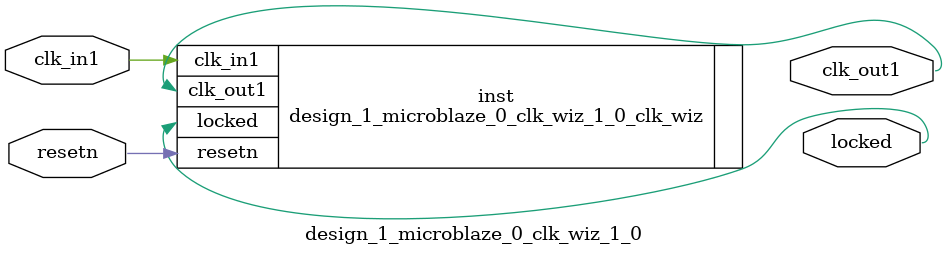
<source format=v>


`timescale 1ps/1ps

(* CORE_GENERATION_INFO = "design_1_microblaze_0_clk_wiz_1_0,clk_wiz_v6_0_2_0_0,{component_name=design_1_microblaze_0_clk_wiz_1_0,use_phase_alignment=true,use_min_o_jitter=false,use_max_i_jitter=false,use_dyn_phase_shift=false,use_inclk_switchover=false,use_dyn_reconfig=false,enable_axi=0,feedback_source=FDBK_AUTO,PRIMITIVE=MMCM,num_out_clk=1,clkin1_period=10.000,clkin2_period=10.000,use_power_down=false,use_reset=true,use_locked=true,use_inclk_stopped=false,feedback_type=SINGLE,CLOCK_MGR_TYPE=NA,manual_override=false}" *)

module design_1_microblaze_0_clk_wiz_1_0 
 (
  // Clock out ports
  output        clk_out1,
  // Status and control signals
  input         resetn,
  output        locked,
 // Clock in ports
  input         clk_in1
 );

  design_1_microblaze_0_clk_wiz_1_0_clk_wiz inst
  (
  // Clock out ports  
  .clk_out1(clk_out1),
  // Status and control signals               
  .resetn(resetn), 
  .locked(locked),
 // Clock in ports
  .clk_in1(clk_in1)
  );

endmodule

</source>
